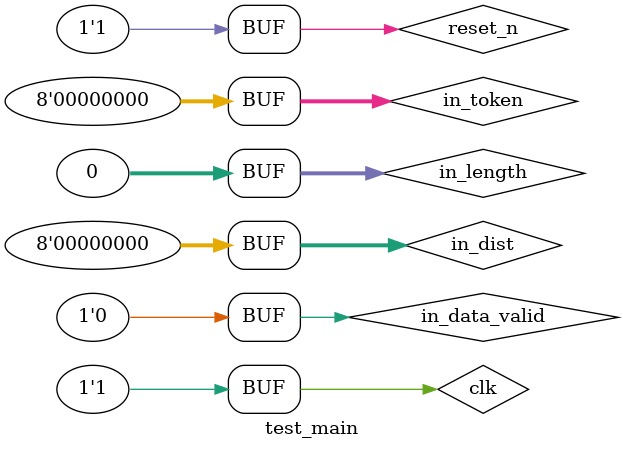
<source format=v>
`timescale 1ns / 1ps

module test_main#(
	parameter TOKEN_WIDTH = 8,
	parameter DIST_WIDTH = 8,
	parameter LENGTH_WIDTH = 32
);

	reg								in_data_valid = 0;
	reg		[TOKEN_WIDTH - 1 : 0]	in_token = 0;
	reg		[DIST_WIDTH - 1 : 0]	in_dist = 0;
	reg		[LENGTH_WIDTH - 1 : 0]	in_length = 0;
	
	reg								clk = 1;
	reg								reset_n = 0;
	
	
	always begin
		#2.5 clk = 0;
		#2.5 clk = 1;
	end

	initial begin
		#40		reset_n = 1;
		
		#40		in_data_valid = 1;in_token = 120;	//x
				in_dist = 0;in_length = 0;
				
		#5		in_data_valid = 1;in_token = 120;	//x
				in_dist = 0;in_length = 0;
				
		#5		in_data_valid = 1;in_token = 97;	//a
				in_dist = 0;in_length = 0;
				
		#5		in_data_valid = 1;in_token = 99;	//c
				in_dist = 0;in_length = 0;
				
		#5		in_data_valid = 1;in_token = 99;	//c
		        in_dist = 0;in_length = 0;
				
		#5		in_data_valid = 1;in_token = 97;	//a
				in_dist = 0;in_length = 0;
				
		#5		in_data_valid = 1;in_token = 98;	//b
				in_dist = 0;in_length = 0;
				
		#5		in_data_valid = 1;in_token = 99;	//c
		        in_dist = 0;in_length = 0;
		
		#5		in_data_valid = 1;in_token = 100;	//d
		        in_dist = 0;in_length = 0;
		
		#5		in_data_valid = 1;in_token = 121;	//y
		        in_dist = 0;in_length = 0;
				
		#5		in_data_valid = 1;in_token = 121;	//y
		        in_dist = 0;in_length = 0;
				
				
		#5		in_data_valid = 1;in_token = 0;		//<3, 9>
		        in_dist = 9;in_length = 3;
				
		#5		in_data_valid = 1;in_token = 122;	//z
		        in_dist = 0;in_length = 0;
				
		#5		in_data_valid = 1;in_token = 122;	//z
		        in_dist = 0;in_length = 0;
				
		#5		in_data_valid = 1;in_token = 97;	//a
		        in_dist = 0;in_length = 0;
				
		#5		in_data_valid = 1;in_token = 0;		//<3, 12>
		        in_dist = 12;in_length = 3;
				
		#5		in_data_valid = 1;in_token = 99;	//c
		        in_dist = 0;in_length = 0;
				
		#5		in_data_valid = 1;in_token = 100;	//d
		        in_dist = 0;in_length = 0;
				
		#5		in_data_valid = 0;in_token = 0;		//end input
		        in_dist = 0;in_length = 0;		
	end
	
	main main_inst(
		.clk(clk),
		.reset_n(reset_n),
		
		.in_data_valid(in_data_valid),
		.in_token(in_token),
		.in_dist(in_dist),
		.in_length(in_length)
	);
	
	
endmodule

</source>
